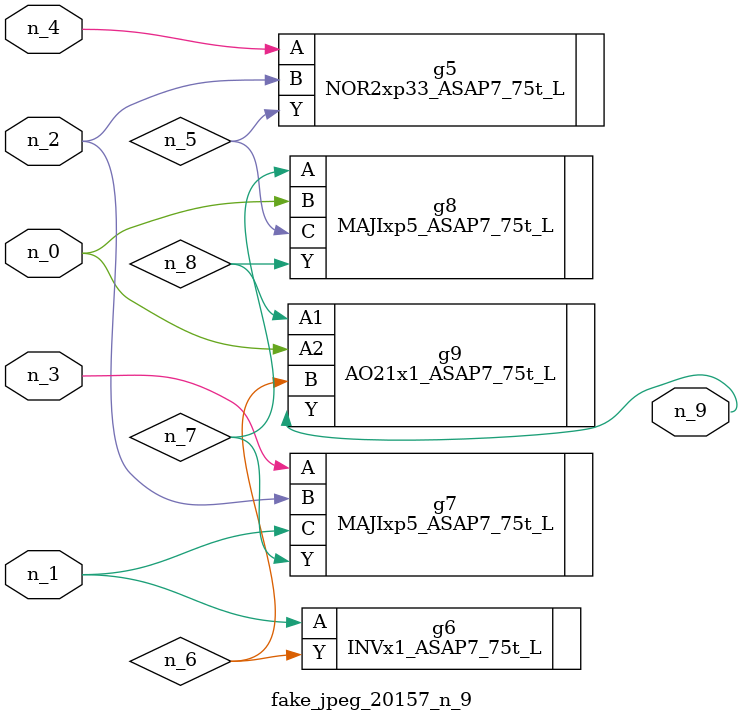
<source format=v>
module fake_jpeg_20157_n_9 (n_3, n_2, n_1, n_0, n_4, n_9);

input n_3;
input n_2;
input n_1;
input n_0;
input n_4;

output n_9;

wire n_8;
wire n_6;
wire n_5;
wire n_7;

NOR2xp33_ASAP7_75t_L g5 ( 
.A(n_4),
.B(n_2),
.Y(n_5)
);

INVx1_ASAP7_75t_L g6 ( 
.A(n_1),
.Y(n_6)
);

MAJIxp5_ASAP7_75t_L g7 ( 
.A(n_3),
.B(n_2),
.C(n_1),
.Y(n_7)
);

MAJIxp5_ASAP7_75t_L g8 ( 
.A(n_7),
.B(n_0),
.C(n_5),
.Y(n_8)
);

AO21x1_ASAP7_75t_L g9 ( 
.A1(n_8),
.A2(n_0),
.B(n_6),
.Y(n_9)
);


endmodule
</source>
